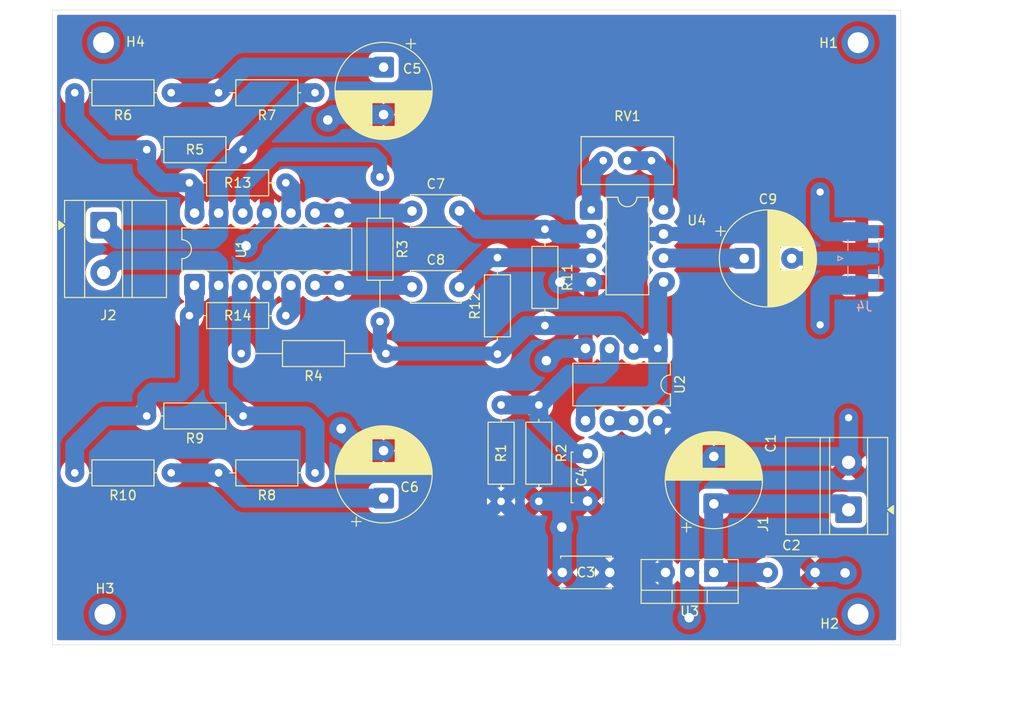
<source format=kicad_pcb>
(kicad_pcb (version 20241229) (generator "pcbnew") (generator_version "9.0")
  (layers (0 "F.Cu" signal) (2 "B.Cu" signal) (13 "F.Paste" user) (15 "B.Paste" user) (5 "F.SilkS" user "F.Silkscreen") (7 "B.SilkS" user "B.Silkscreen") (1 "F.Mask" user) (3 "B.Mask" user) (25 "Edge.Cuts" user))
  (net 0 "")
  (net 1 "Net-(J1-Pin_1)")
  (net 2 "GND")
  (net 3 "VCC")
  (net 4 "Net-(U2A-+)")
  (net 5 "Net-(C5-Pad1)")
  (net 6 "Net-(C6-Pad1)")
  (net 7 "Net-(U4--)")
  (net 8 "Net-(U1B--)")
  (net 9 "Net-(U4-+)")
  (net 10 "Net-(U1C--)")
  (net 11 "Net-(C9-Pad1)")
  (net 12 "Net-(J2-Pin_2)")
  (net 13 "Net-(J2-Pin_1)")
  (net 14 "Vq")
  (net 15 "Net-(U1D-+)")
  (net 16 "Net-(U1A-+)")
  (net 17 "Net-(U1B-+)")
  (net 18 "Net-(U1C-+)")
  (net 19 "Net-(RV1-Pad2)")
  (net 20 "Net-(RV1-Pad1)")
  (net 21 "Net-(U2B--)")
  (net 22 "Net-(J4-In)")
  (net 23 "Net-(R13-Pad1)")
  (net 24 "Net-(R10-Pad2)")
  (footprint "huellas_proyecto:R_Axial_DIN0207_L6.3mm_D2.5mm_P10.16mm_Horizontal-pad2mm" (layer "F.Cu") (at 177 92.08 90)
    (property "Reference" "R12" (at 5.08 -2.37 90) (layer "F.SilkS"))
    (property "Value" "1k")
    (pad "1" thru_hole circle (at 0 0 90) (size 2 2) (drill 0.8) (layers "*.Cu" "*.Mask") (net 14 "Vq"))
    (pad "2" thru_hole circle (at 10.16 0 90) (size 2 2) (drill 0.8) (layers "*.Cu" "*.Mask") (net 9 "Net-(U4-+)"))
  )
  (footprint "huellas_proyecto:R_Axial_DIN0207_L6.3mm_D2.5mm_P10.16mm_Horizontal-pad2mm" (layer "F.Cu") (at 157.78 104.61 180)
    (property "Reference" "R8" (at 5.08 -2.37 180) (layer "F.SilkS"))
    (property "Value" "1k")
    (pad "1" thru_hole circle (at 0 0 180) (size 2 2) (drill 0.8) (layers "*.Cu" "*.Mask") (net 12 "Net-(J2-Pin_2)"))
    (pad "2" thru_hole circle (at 10.16 0 180) (size 2 2) (drill 0.8) (layers "*.Cu" "*.Mask") (net 6 "Net-(C6-Pad1)"))
  )
  (footprint "MountingHole:MountingHole_2.2mm_M2_ISO7380_Pad" (layer "F.Cu") (at 135.49 59.25)
    (property "Reference" "H4" (at 3.36 -0.09 0) (layer "F.SilkS"))
    (property "Value" "MountingHole_2.2mm_M2_ISO7380_Pad" (hide yes))
    (pad "1" thru_hole circle (at 0 0) (size 3.5 3.5) (drill 2.2) (layers "*.Cu" "*.Mask") (net 2 "GND"))
  )
  (footprint "huellas_proyecto:R_Axial_DIN0207_L6.3mm_D2.5mm_P10.16mm_Horizontal-pad2mm" (layer "F.Cu") (at 181.36 97.455 -90)
    (property "Reference" "R2" (at 5.08 -2.37 90) (layer "F.SilkS"))
    (property "Value" "10k")
    (pad "1" thru_hole circle (at 0 0 270) (size 2 2) (drill 0.8) (layers "*.Cu" "*.Mask") (net 4 "Net-(U2A-+)"))
    (pad "2" thru_hole circle (at 10.16 0 270) (size 2 2) (drill 0.8) (layers "*.Cu" "*.Mask") (net 2 "GND"))
  )
  (footprint "huellas_proyecto:CP_Radial_D10.0mm_P5.00mm-pad2mm2" (layer "F.Cu") (at 165 61.832323 -90)
    (property "Reference" "C5" (at 0.167677 -3.01 180) (layer "F.SilkS"))
    (property "Value" "10u")
    (pad "1" thru_hole roundrect (at 0 0 270) (size 2.2 2.2) (drill 1) (layers "*.Cu" "*.Mask") (roundrect_rratio 0.125) (net 5 "Net-(C5-Pad1)"))
    (pad "2" thru_hole circle (at 5 0 270) (size 2.2 2.2) (drill 1) (layers "*.Cu" "*.Mask") (net 2 "GND"))
  )
  (footprint "huellas_proyecto:R_Axial_DIN0207_L6.3mm_D2.5mm_P10.16mm_Horizontal-pad2mm" (layer "F.Cu") (at 144.54 74.03)
    (property "Reference" "R13" (at 5.08 0 0) (layer "F.SilkS"))
    (property "Value" "0")
    (pad "1" thru_hole circle (at 0 0) (size 2 2) (drill 0.8) (layers "*.Cu" "*.Mask") (net 23 "Net-(R13-Pad1)"))
    (pad "2" thru_hole circle (at 10.16 0) (size 2 2) (drill 0.8) (layers "*.Cu" "*.Mask") (net 18 "Net-(U1C-+)"))
  )
  (footprint "huellas_proyecto:CP_Radial_D10.0mm_P5.00mm-pad2mm2" (layer "F.Cu") (at 199.8 107.877677 90)
    (property "Reference" "C1" (at 6.367677 6 90) (layer "F.SilkS"))
    (property "Value" "100u")
    (pad "1" thru_hole roundrect (at 0 0 90) (size 2.2 2.2) (drill 1) (layers "*.Cu" "*.Mask") (roundrect_rratio 0.125) (net 1 "Net-(J1-Pin_1)"))
    (pad "2" thru_hole circle (at 5 0 90) (size 2.2 2.2) (drill 1) (layers "*.Cu" "*.Mask") (net 2 "GND"))
  )
  (footprint "huellas_proyecto:R_Axial_DIN0207_L6.3mm_D2.5mm_P10.16mm_Horizontal-pad2mm" (layer "F.Cu") (at 182 78.92 -90)
    (property "Reference" "R11" (at 5.08 -2.37 270) (layer "F.SilkS"))
    (property "Value" "1k")
    (pad "1" thru_hole circle (at 0 0 270) (size 2 2) (drill 0.8) (layers "*.Cu" "*.Mask") (net 7 "Net-(U4--)"))
    (pad "2" thru_hole circle (at 10.16 0 270) (size 2 2) (drill 0.8) (layers "*.Cu" "*.Mask") (net 14 "Vq"))
  )
  (footprint "huellas_proyecto:R_Axial_DIN0207_L6.3mm_D2.5mm_P10.16mm_Horizontal-pad2mm" (layer "F.Cu") (at 177.38 107.615 90)
    (property "Reference" "R1" (at 5.08 0 90) (layer "F.SilkS"))
    (property "Value" "10k")
    (pad "1" thru_hole circle (at 0 0 90) (size 2 2) (drill 0.8) (layers "*.Cu" "*.Mask") (net 3 "VCC"))
    (pad "2" thru_hole circle (at 10.16 0 90) (size 2 2) (drill 0.8) (layers "*.Cu" "*.Mask") (net 4 "Net-(U2A-+)"))
  )
  (footprint "huellas_proyecto:TO-220-3_Vertical-pad2mm" (layer "F.Cu") (at 199.79 115.11 180)
    (property "Reference" "U3" (at 2.54 -4.1 180) (layer "F.SilkS"))
    (property "Value" "LM7818_TO220")
    (pad "1" thru_hole rect (at 0 0 180) (size 2 2) (drill 1) (layers "*.Cu" "*.Mask") (net 1 "Net-(J1-Pin_1)"))
    (pad "2" thru_hole oval (at 2.54 0 180) (size 2 2) (drill 1) (layers "*.Cu" "*.Mask") (net 2 "GND"))
    (pad "3" thru_hole oval (at 5.08 0 180) (size 2 2) (drill 1) (layers "*.Cu" "*.Mask") (net 3 "VCC"))
  )
  (footprint "huellas_proyecto:C_Disc_D5.1mm_W3.2mm_P5.00mm-pad2mm" (layer "F.Cu") (at 168 77)
    (property "Reference" "C7" (at 2.5 -2.85 0) (layer "F.SilkS"))
    (property "Value" "330n")
    (pad "1" thru_hole circle (at 0 0) (size 2.2 2.2) (drill 1) (layers "*.Cu" "*.Mask") (net 10 "Net-(U1C--)"))
    (pad "2" thru_hole circle (at 5 0) (size 2.2 2.2) (drill 1) (layers "*.Cu" "*.Mask") (net 7 "Net-(U4--)"))
  )
  (footprint "huellas_proyecto:DIP-8_W7.62mm_LongPads-pad2mm" (layer "F.Cu") (at 193.895 91.485 -90)
    (property "Reference" "U2" (at 3.81 -2.33 90) (layer "F.SilkS"))
    (property "Value" "TL082")
    (pad "1" thru_hole roundrect (at 0 0 270) (size 2.4 2.1) (drill 0.8) (layers "*.Cu" "*.Mask") (roundrect_rratio 0.15625) (net 14 "Vq"))
    (pad "2" thru_hole oval (at 0 2.54 270) (size 2.4 2.1) (drill 1) (layers "*.Cu" "*.Mask") (net 14 "Vq"))
    (pad "3" thru_hole oval (at 0 5.08 270) (size 2.4 2.1) (drill 1) (layers "*.Cu" "*.Mask") (net 4 "Net-(U2A-+)"))
    (pad "4" thru_hole oval (at 0 7.62 270) (size 2.4 2.1) (drill 1) (layers "*.Cu" "*.Mask") (net 2 "GND"))
    (pad "5" thru_hole oval (at 7.62 7.62 270) (size 2.4 2.1) (drill 1) (layers "*.Cu" "*.Mask") (net 14 "Vq"))
    (pad "6" thru_hole oval (at 7.62 5.08 270) (size 2.4 2.1) (drill 1) (layers "*.Cu" "*.Mask") (net 21 "Net-(U2B--)"))
    (pad "7" thru_hole oval (at 7.62 2.54 270) (size 2.4 2.1) (drill 1) (layers "*.Cu" "*.Mask") (net 21 "Net-(U2B--)"))
    (pad "8" thru_hole oval (at 7.62 0 270) (size 2.4 2.1) (drill 1) (layers "*.Cu" "*.Mask") (net 3 "VCC"))
  )
  (footprint "huellas_proyecto:R_Axial_DIN0207_L6.3mm_D2.5mm_P10.16mm_Horizontal-pad2mm" (layer "F.Cu") (at 150.2 70.53 180)
    (property "Reference" "R5" (at 5.08 0 180) (layer "F.SilkS"))
    (property "Value" "100k")
    (pad "1" thru_hole circle (at 0 0 180) (size 2 2) (drill 0.8) (layers "*.Cu" "*.Mask") (net 13 "Net-(J2-Pin_1)"))
    (pad "2" thru_hole circle (at 10.16 0 180) (size 2 2) (drill 0.8) (layers "*.Cu" "*.Mask") (net 23 "Net-(R13-Pad1)"))
  )
  (footprint "MountingHole:MountingHole_2.2mm_M2_ISO7380_Pad" (layer "F.Cu") (at 215 59.25)
    (property "Reference" "H1" (at -3.11 0.03 0) (layer "F.SilkS"))
    (property "Value" "MountingHole_2.2mm_M2_ISO7380_Pad" (hide yes))
    (pad "1" thru_hole circle (at 0 0) (size 3.5 3.5) (drill 2.2) (layers "*.Cu" "*.Mask") (net 2 "GND"))
  )
  (footprint "huellas_proyecto:C_Disc_D5.1mm_W3.2mm_P5.00mm-pad2mm" (layer "F.Cu") (at 188.83 115.11 180)
    (property "Reference" "C3" (at 2.5 0 0) (layer "F.SilkS"))
    (property "Value" "330n")
    (pad "1" thru_hole circle (at 0 0 180) (size 2.2 2.2) (drill 1) (layers "*.Cu" "*.Mask") (net 3 "VCC"))
    (pad "2" thru_hole circle (at 5 0 180) (size 2.2 2.2) (drill 1) (layers "*.Cu" "*.Mask") (net 2 "GND"))
  )
  (footprint "huellas_proyecto:C_Disc_D5.1mm_W3.2mm_P5.00mm-pad2mm" (layer "F.Cu") (at 205.47 115.11)
    (property "Reference" "C2" (at 2.5 -2.85 0) (layer "F.SilkS"))
    (property "Value" "330n")
    (pad "1" thru_hole circle (at 0 0) (size 2.2 2.2) (drill 1) (layers "*.Cu" "*.Mask") (net 1 "Net-(J1-Pin_1)"))
    (pad "2" thru_hole circle (at 5 0) (size 2.2 2.2) (drill 1) (layers "*.Cu" "*.Mask") (net 2 "GND"))
  )
  (footprint "MountingHole:MountingHole_2.2mm_M2_ISO7380_Pad" (layer "F.Cu") (at 135.64 119.52)
    (property "Reference" "H3" (at 0 -2.7 0) (layer "F.SilkS"))
    (property "Value" "MountingHole_2.2mm_M2_ISO7380_Pad" (hide yes))
    (pad "1" thru_hole circle (at 0 0) (size 3.5 3.5) (drill 2.2) (layers "*.Cu" "*.Mask") (net 2 "GND"))
  )
  (footprint "huellas_proyecto:R_Axial_DIN0207_L6.3mm_D2.5mm_P10.16mm_Horizontal-pad2mm" (layer "F.Cu") (at 144.54 88.03)
    (property "Reference" "R14" (at 5.08 0 0) (layer "F.SilkS"))
    (property "Value" "0")
    (pad "1" thru_hole circle (at 0 0) (size 2 2) (drill 0.8) (layers "*.Cu" "*.Mask") (net 24 "Net-(R10-Pad2)"))
    (pad "2" thru_hole circle (at 10.16 0) (size 2 2) (drill 0.8) (layers "*.Cu" "*.Mask") (net 17 "Net-(U1B-+)"))
  )
  (footprint "huellas_proyecto:CP_Radial_D10.0mm_P5.00mm-pad2mm2" (layer "F.Cu") (at 165 107.27 90)
    (property "Reference" "C6" (at 1.15 2.74 180) (layer "F.SilkS"))
    (property "Value" "10u")
    (pad "1" thru_hole roundrect (at 0 0 90) (size 2.2 2.2) (drill 1) (layers "*.Cu" "*.Mask") (roundrect_rratio 0.125) (net 6 "Net-(C6-Pad1)"))
    (pad "2" thru_hole circle (at 5 0 90) (size 2.2 2.2) (drill 1) (layers "*.Cu" "*.Mask") (net 2 "GND"))
  )
  (footprint "huellas_proyecto:R_Axial_DIN0207_L6.3mm_D2.5mm_P10.16mm_Horizontal-pad2mm" (layer "F.Cu") (at 142.62 104.61 180)
    (property "Reference" "R10" (at 5.08 -2.37 180) (layer "F.SilkS"))
    (property "Value" "1k")
    (pad "1" thru_hole circle (at 0 0 180) (size 2 2) (drill 0.8) (layers "*.Cu" "*.Mask") (net 6 "Net-(C6-Pad1)"))
    (pad "2" thru_hole circle (at 10.16 0 180) (size 2 2) (drill 0.8) (layers "*.Cu" "*.Mask") (net 24 "Net-(R10-Pad2)"))
  )
  (footprint "TerminalBlock_MetzConnect:TerminalBlock_MetzConnect_Type011_RT05502HBLC_1x02_P5.00mm_Horizontal" (layer "F.Cu") (at 214 108.5 90)
    (property "Reference" "J1" (at -1.5 -9 90) (layer "F.SilkS"))
    (property "Value" "VC_24V")
    (pad "1" thru_hole roundrect (at 0 0 90) (size 2.8 2.8) (drill 1.4) (layers "*.Cu" "*.Mask") (roundrect_rratio 0.089286) (net 1 "Net-(J1-Pin_1)"))
    (pad "2" thru_hole circle (at 5 0 90) (size 2.8 2.8) (drill 1.4) (layers "*.Cu" "*.Mask") (net 2 "GND"))
  )
  (footprint "huellas_proyecto:Potentiometer_Bourns_3296W_Vertical-pad2mm" (layer "F.Cu") (at 188.15 71.69 180)
    (property "Reference" "RV1" (at -2.54 4.69 0) (layer "F.SilkS"))
    (property "Value" "10k")
    (pad "1" thru_hole circle (at 0 0 180) (size 2 2) (drill 0.8) (layers "*.Cu" "*.Mask") (net 20 "Net-(RV1-Pad1)"))
    (pad "2" thru_hole circle (at -2.54 0 180) (size 2 2) (drill 0.8) (layers "*.Cu" "*.Mask") (net 19 "Net-(RV1-Pad2)"))
    (pad "3" thru_hole circle (at -5.08 0 180) (size 2 2) (drill 0.8) (layers "*.Cu" "*.Mask") (net 19 "Net-(RV1-Pad2)"))
  )
  (footprint "huellas_proyecto:C_Disc_D5.1mm_W3.2mm_P5.00mm-pad2mm" (layer "F.Cu") (at 168 85)
    (property "Reference" "C8" (at 2.5 -2.85 0) (layer "F.SilkS"))
    (property "Value" "330n")
    (pad "1" thru_hole circle (at 0 0) (size 2.2 2.2) (drill 1) (layers "*.Cu" "*.Mask") (net 8 "Net-(U1B--)"))
    (pad "2" thru_hole circle (at 5 0) (size 2.2 2.2) (drill 1) (layers "*.Cu" "*.Mask") (net 9 "Net-(U4-+)"))
  )
  (footprint "huellas_proyecto:C_Disc_D5.1mm_W3.2mm_P5.00mm-pad2mm" (layer "F.Cu") (at 186.49 102.59 -90)
    (property "Reference" "C4" (at 2.5 0.62 270) (layer "F.SilkS"))
    (property "Value" "330n")
    (pad "1" thru_hole circle (at 0 0 270) (size 2.2 2.2) (drill 1) (layers "*.Cu" "*.Mask") (net 4 "Net-(U2A-+)"))
    (pad "2" thru_hole circle (at 5 0 270) (size 2.2 2.2) (drill 1) (layers "*.Cu" "*.Mask") (net 2 "GND"))
  )
  (footprint "huellas_proyecto:R_Axial_DIN0207_L6.3mm_D2.5mm_P10.16mm_Horizontal-pad2mm" (layer "F.Cu") (at 150.2 98.61 180)
    (property "Reference" "R9" (at 5.08 -2.37 180) (layer "F.SilkS"))
    (property "Value" "100k")
    (pad "1" thru_hole circle (at 0 0 180) (size 2 2) (drill 0.8) (layers "*.Cu" "*.Mask") (net 12 "Net-(J2-Pin_2)"))
    (pad "2" thru_hole circle (at 10.16 0 180) (size 2 2) (drill 0.8) (layers "*.Cu" "*.Mask") (net 24 "Net-(R10-Pad2)"))
  )
  (footprint "huellas_proyecto:R_Axial_DIN0207_L6.3mm_D2.5mm_P10.16mm_Horizontal-pad2mm" (layer "F.Cu") (at 142.62 64.53 180)
    (property "Reference" "R6" (at 5.08 -2.37 180) (layer "F.SilkS"))
    (property "Value" "1k")
    (pad "1" thru_hole circle (at 0 0 180) (size 2 2) (drill 0.8) (layers "*.Cu" "*.Mask") (net 5 "Net-(C5-Pad1)"))
    (pad "2" thru_hole circle (at 10.16 0 180) (size 2 2) (drill 0.8) (layers "*.Cu" "*.Mask") (net 23 "Net-(R13-Pad1)"))
  )
  (footprint "MountingHole:MountingHole_2.2mm_M2_ISO7380_Pad" (layer "F.Cu") (at 215 119.52)
    (property "Reference" "H2" (at -3 1 0) (layer "F.SilkS"))
    (property "Value" "MountingHole_2.2mm_M2_ISO7380_Pad" (hide yes))
    (pad "1" thru_hole circle (at 0 0) (size 3.5 3.5) (drill 2.2) (layers "*.Cu" "*.Mask") (net 2 "GND"))
  )
  (footprint "huellas_proyecto:R_Axial_DIN0207_L6.3mm_D2.5mm_P10.16mm_Horizontal-pad2mm" (layer "F.Cu") (at 157.78 64.53 180)
    (property "Reference" "R7" (at 5.08 -2.37 180) (layer "F.SilkS"))
    (property "Value" "1k")
    (pad "1" thru_hole circle (at 0 0 180) (size 2 2) (drill 0.8) (layers "*.Cu" "*.Mask") (net 13 "Net-(J2-Pin_1)"))
    (pad "2" thru_hole circle (at 10.16 0 180) (size 2 2) (drill 0.8) (layers "*.Cu" "*.Mask") (net 5 "Net-(C5-Pad1)"))
  )
  (footprint "huellas_proyecto:R_Axial_DIN0207_L6.3mm_D2.5mm_P15.24mm_Horizontal-pad2mm" (layer "F.Cu") (at 164.62 73.41 -90)
    (property "Reference" "R3" (at 7.62 -2.37 270) (layer "F.SilkS"))
    (property "Value" "1k")
    (pad "1" thru_hole circle (at 0 0 270) (size 2 2) (drill 0.8) (layers "*.Cu" "*.Mask") (net 15 "Net-(U1D-+)"))
    (pad "2" thru_hole circle (at 15.24 0 270) (size 2 2) (drill 0.8) (layers "*.Cu" "*.Mask") (net 14 "Vq"))
  )
  (footprint "huellas_proyecto:CP_Radial_D10.0mm_P5.00mm-pad2mm2" (layer "F.Cu") (at 203 82)
    (property "Reference" "C9" (at 2.5 -6.25 0) (layer "F.SilkS"))
    (property "Value" "10u")
    (pad "1" thru_hole roundrect (at 0 0) (size 2.2 2.2) (drill 1) (layers "*.Cu" "*.Mask") (roundrect_rratio 0.125) (net 11 "Net-(C9-Pad1)"))
    (pad "2" thru_hole circle (at 5 0) (size 2.2 2.2) (drill 1) (layers "*.Cu" "*.Mask") (net 22 "Net-(J4-In)"))
  )
  (footprint "huellas_proyecto:DIP-8_W7.62mm_LongPads-pad2mm" (layer "F.Cu") (at 186.88 76.88)
    (property "Reference" "U4" (at 11.12 1.12 0) (layer "F.SilkS"))
    (property "Value" "AD620")
    (pad "1" thru_hole roundrect (at 0 0) (size 2.4 2.1) (drill 0.8) (layers "*.Cu" "*.Mask") (roundrect_rratio 0.15625) (net 20 "Net-(RV1-Pad1)"))
    (pad "2" thru_hole oval (at 0 2.54) (size 2.4 2.1) (drill 1) (layers "*.Cu" "*.Mask") (net 7 "Net-(U4--)"))
    (pad "3" thru_hole oval (at 0 5.08) (size 2.4 2.1) (drill 1) (layers "*.Cu" "*.Mask") (net 9 "Net-(U4-+)"))
    (pad "4" thru_hole oval (at 0 7.62) (size 2.4 2.1) (drill 1) (layers "*.Cu" "*.Mask") (net 2 "GND"))
    (pad "5" thru_hole oval (at 7.62 7.62) (size 2.4 2.1) (drill 1) (layers "*.Cu" "*.Mask") (net 14 "Vq"))
    (pad "6" thru_hole oval (at 7.62 5.08) (size 2.4 2.1) (drill 1) (layers "*.Cu" "*.Mask") (net 11 "Net-(C9-Pad1)"))
    (pad "7" thru_hole oval (at 7.62 2.54) (size 2.4 2.1) (drill 1) (layers "*.Cu" "*.Mask") (net 3 "VCC"))
    (pad "8" thru_hole oval (at 7.62 0) (size 2.4 2.1) (drill 1) (layers "*.Cu" "*.Mask") (net 19 "Net-(RV1-Pad2)"))
  )
  (footprint "huellas_proyecto:DIP-14_W7.62mm_LongPads-2mm" (layer "F.Cu") (at 145.08 84.84 90)
    (property "Reference" "U1" (at 3.84 4.92 90) (layer "F.SilkS"))
    (property "Value" "TL084")
    (pad "1" thru_hole roundrect (at 0 0 90) (size 2.4 2.2) (drill 1) (layers "*.Cu" "*.Mask") (roundrect_rratio 0.15625) (net 24 "Net-(R10-Pad2)"))
    (pad "2" thru_hole oval (at 0 2.54 90) (size 2.4 2.1) (drill 1) (layers "*.Cu" "*.Mask") (net 12 "Net-(J2-Pin_2)"))
    (pad "3" thru_hole oval (at 0 5.08 90) (size 2.4 2.1) (drill 1) (layers "*.Cu" "*.Mask") (net 16 "Net-(U1A-+)"))
    (pad "4" thru_hole oval (at 0 7.62 90) (size 2.4 2.1) (drill 1) (layers "*.Cu" "*.Mask") (net 3 "VCC"))
    (pad "5" thru_hole oval (at 0 10.16 90) (size 2.4 2.1) (drill 1) (layers "*.Cu" "*.Mask") (net 17 "Net-(U1B-+)"))
    (pad "6" thru_hole oval (at 0 12.7 90) (size 2.4 2.1) (drill 1) (layers "*.Cu" "*.Mask") (net 8 "Net-(U1B--)"))
    (pad "7" thru_hole oval (at 0 15.24 90) (size 2.4 2.1) (drill 1) (layers "*.Cu" "*.Mask") (net 8 "Net-(U1B--)"))
    (pad "8" thru_hole oval (at 7.62 15.24 90) (size 2.4 2.1) (drill 1) (layers "*.Cu" "*.Mask") (net 10 "Net-(U1C--)"))
    (pad "9" thru_hole oval (at 7.62 12.7 90) (size 2.4 2.1) (drill 1) (layers "*.Cu" "*.Mask") (net 10 "Net-(U1C--)"))
    (pad "10" thru_hole oval (at 7.62 10.16 90) (size 2.4 2.1) (drill 1) (layers "*.Cu" "*.Mask") (net 18 "Net-(U1C-+)"))
    (pad "11" thru_hole oval (at 7.62 7.62 90) (size 2.4 2.1) (drill 1) (layers "*.Cu" "*.Mask") (net 2 "GND"))
    (pad "12" thru_hole oval (at 7.62 5.08 90) (size 2.4 2.1) (drill 1) (layers "*.Cu" "*.Mask") (net 15 "Net-(U1D-+)"))
    (pad "13" thru_hole oval (at 7.62 2.54 90) (size 2.4 2.1) (drill 1) (layers "*.Cu" "*.Mask") (net 13 "Net-(J2-Pin_1)"))
    (pad "14" thru_hole oval (at 7.62 0 90) (size 2.4 2.1) (drill 1) (layers "*.Cu" "*.Mask") (net 23 "Net-(R13-Pad1)"))
  )
  (footprint "huellas_proyecto:R_Axial_DIN0207_L6.3mm_D2.5mm_P15.24mm_Horizontal-pad2mm" (layer "F.Cu") (at 165.24 92.03 180)
    (property "Reference" "R4" (at 7.62 -2.37 180) (layer "F.SilkS"))
    (property "Value" "1k")
    (pad "1" thru_hole circle (at 0 0 180) (size 2 2) (drill 0.8) (layers "*.Cu" "*.Mask") (net 14 "Vq"))
    (pad "2" thru_hole circle (at 15.24 0 180) (size 2 2) (drill 0.8) (layers "*.Cu" "*.Mask") (net 16 "Net-(U1A-+)"))
  )
  (footprint "TerminalBlock_MetzConnect:TerminalBlock_MetzConnect_Type011_RT05502HBLC_1x02_P5.00mm_Horizontal" (layer "F.Cu") (at 135.5025 78.5 -90)
    (property "Reference" "J2" (at 9.5 -0.4975 180) (layer "F.SilkS"))
    (property "Value" "Ant")
    (pad "1" thru_hole roundrect (at 0 0 270) (size 2.8 2.8) (drill 1.4) (layers "*.Cu" "*.Mask") (roundrect_rratio 0.089286) (net 13 "Net-(J2-Pin_1)"))
    (pad "2" thru_hole circle (at 5 0 270) (size 2.8 2.8) (drill 1.4) (layers "*.Cu" "*.Mask") (net 12 "Net-(J2-Pin_2)"))
  )
  (footprint "Connector_Coaxial:SMA_Samtec_SMA-J-P-H-ST-EM1_EdgeMount" (layer "B.Cu") (at 215.6375 82)
    (property "Reference" "J4" (at 0 5.08 180) (layer "B.SilkS") (effects (justify mirror)))
    (property "Value" "SMA")
    (pad "1" smd roundrect (at 0 0 270) (size 1.27 3.2) (layers "B.Cu" "B.Mask") (roundrect_rratio 0.1968503937) (net 22 "Net-(J4-In)"))
    (pad "2" smd roundrect (at -0.25 -2.825 270) (size 1.35 3.7) (layers "F.Cu" "F.Mask") (roundrect_rratio 0.1851851852) (net 2 "GND"))
    (pad "2" smd roundrect (at -0.25 -2.825 270) (size 1.35 3.7) (layers "B.Cu" "B.Mask") (roundrect_rratio 0.1851851852) (net 2 "GND"))
    (pad "2" smd roundrect (at -0.25 2.825 270) (size 1.35 3.7) (layers "F.Cu" "F.Mask") (roundrect_rratio 0.1851851852) (net 2 "GND"))
    (pad "2" smd roundrect (at -0.25 2.825 270) (size 1.35 3.7) (layers "B.Cu" "B.Mask") (roundrect_rratio 0.1851851852) (net 2 "GND"))
  )
  (gr_rect (start 130.1 55.82) (end 219.5 122.75) (stroke (width 0.05)) (fill no) (layer "Edge.Cuts"))
  (segment (start 213.377677 107.877677) (end 214 108.5) (width 2) (layer "B.Cu") (net 1))
  (segment (start 199.79 107.887677) (end 199.8 107.877677) (width 2) (layer "B.Cu") (net 1))
  (segment (start 199.8 107.877677) (end 213.377677 107.877677) (width 2) (layer "B.Cu") (net 1))
  (segment (start 199.79 115.11) (end 205.47 115.11) (width 2) (layer "B.Cu") (net 1))
  (segment (start 199.79 115.11) (end 199.79 107.887677) (width 2) (layer "B.Cu") (net 1))
  (via (at 182.15 92.78) (size 2.5) (drill 1) (layers "F.Cu" "B.Cu") (net 2))
  (via (at 183.78 110.33) (size 2.5) (drill 1) (layers "F.Cu" "B.Cu") (net 2))
  (via (at 197.2 119.88) (size 2.5) (drill 1) (layers "F.Cu" "B.Cu") (net 2))
  (via (at 160.53 99.95) (size 2.5) (drill 1) (layers "F.Cu" "B.Cu") (net 2))
  (via (at 159.12 67.4) (size 2.5) (drill 1) (layers "F.Cu" "B.Cu") (net 2))
  (via (at 213.63 115.16) (size 2.5) (drill 1) (layers "F.Cu" "B.Cu") (net 2))
  (via (at 150.51 80.68) (size 2.5) (drill 1) (layers "F.Cu" "B.Cu") (net 2))
  (via (at 214 98.8) (size 2.032) (drill 0.762) (layers "F.Cu" "B.Cu") (net 2))
  (via (at 211 75) (size 2.032) (drill 0.762) (layers "F.Cu" "B.Cu") (net 2))
  (via (at 211 89) (size 2.032) (drill 0.762) (layers "F.Cu" "B.Cu") (net 2))
  (via (at 183.58 84.5) (size 2.5) (drill 1) (layers "F.Cu" "B.Cu") (net 2))
  (segment (start 186.275 91.485) (end 183.445 91.485) (width 2) (layer "B.Cu") (net 2))
  (segment (start 186.465 107.615) (end 186.49 107.59) (width 2) (layer "B.Cu") (net 2))
  (segment (start 215.3875 79.175) (end 211.695 79.175) (width 2) (layer "B.Cu") (net 2))
  (segment (start 181.36 107.615) (end 183.78 107.615) (width 2) (layer "B.Cu") (net 2))
  (segment (start 183.83 110.38) (end 183.78 110.33) (width 2) (layer "B.Cu") (net 2))
  (segment (start 135.65 119.84) (end 135.65 119.87) (width 2) (layer "B.Cu") (net 2))
  (segment (start 165 102.27) (end 162.85 102.27) (width 2) (layer "B.Cu") (net 2))
  (segment (start 213.377677 102.877677) (end 214 103.5) (width 2) (layer "B.Cu") (net 2))
  (segment (start 211 85.45) (end 211.625 84.825) (width 2) (layer "B.Cu") (net 2))
  (segment (start 135.64 119.49) (end 135.63 119.48) (width 2) (layer "B.Cu") (net 2))
  (segment (start 152.73 78.46) (end 150.51 80.68) (width 1.5) (layer "B.Cu") (net 2))
  (segment (start 183.445 91.485) (end 182.15 92.78) (width 2) (layer "B.Cu") (net 2))
  (segment (start 183.83 115.11) (end 183.83 110.38) (width 2) (layer "B.Cu") (net 2))
  (segment (start 214 103.5) (end 214 98.8) (width 2) (layer "B.Cu") (net 2))
  (segment (start 183.78 107.615) (end 186.465 107.615) (width 2) (layer "B.Cu") (net 2))
  (segment (start 213.58 115.11) (end 213.63 115.16) (width 2) (layer "B.Cu") (net 2))
  (segment (start 197.25 105.427677) (end 199.8 102.877677) (width 2) (layer "B.Cu") (net 2))
  (segment (start 211.695 79.175) (end 211 78.48) (width 2) (layer "B.Cu") (net 2))
  (segment (start 199.8 102.877677) (end 213.377677 102.877677) (width 2) (layer "B.Cu") (net 2))
  (segment (start 183.78 107.615) (end 183.78 110.33) (width 2) (layer "B.Cu") (net 2))
  (segment (start 210.47 115.11) (end 213.58 115.11) (width 2) (layer "B.Cu") (net 2))
  (segment (start 186.88 84.5) (end 183.58 84.5) (width 2) (layer "B.Cu") (net 2))
  (segment (start 152.7 77.42) (end 152.73 77.45) (width 1.5) (layer "B.Cu") (net 2))
  (segment (start 211 89) (end 211 85.45) (width 2) (layer "B.Cu") (net 2))
  (segment (start 197.25 119.83) (end 197.2 119.88) (width 2) (layer "B.Cu") (net 2))
  (segment (start 211 78.48) (end 211 75) (width 2) (layer "B.Cu") (net 2))
  (segment (start 159.687677 66.832323) (end 159.12 67.4) (width 2) (layer "B.Cu") (net 2))
  (segment (start 152.7 77.22) (end 152.7 77.42) (width 1.5) (layer "B.Cu") (net 2))
  (segment (start 152.73 77.45) (end 152.73 78.46) (width 1.5) (layer "B.Cu") (net 2))
  (segment (start 197.25 115.11) (end 197.25 105.427677) (width 2) (layer "B.Cu") (net 2))
  (segment (start 197.25 115.11) (end 197.25 119.83) (width 2) (layer "B.Cu") (net 2))
  (segment (start 211.625 84.825) (end 215.3875 84.825) (width 2) (layer "B.Cu") (net 2))
  (segment (start 162.85 102.27) (end 160.53 99.95) (width 2) (layer "B.Cu") (net 2))
  (segment (start 165 66.832323) (end 159.687677 66.832323) (width 2) (layer "B.Cu") (net 2))
  (segment (start 188.83 115.11) (end 194.71 115.11) (width 2) (layer "B.Cu") (net 3))
  (segment (start 181.36 98.869213) (end 185.080787 102.59) (width 2) (layer "B.Cu") (net 4))
  (segment (start 184.62 94.195) (end 187.885 94.195) (width 2) (layer "B.Cu") (net 4))
  (segment (start 188.815 93.265) (end 187.885 94.195) (width 2) (layer "B.Cu") (net 4))
  (segment (start 185.080787 102.59) (end 186.49 102.59) (width 2) (layer "B.Cu") (net 4))
  (segment (start 181.36 97.455) (end 181.36 98.869213) (width 2) (layer "B.Cu") (net 4))
  (segment (start 181.36 97.455) (end 184.62 94.195) (width 2) (layer "B.Cu") (net 4))
  (segment (start 177.38 97.455) (end 181.36 97.455) (width 2) (layer "B.Cu") (net 4))
  (segment (start 188.815 91.485) (end 188.815 93.265) (width 2) (layer "B.Cu") (net 4))
  (segment (start 142.62 64.53) (end 147.62 64.53) (width 2) (layer "B.Cu") (net 5))
  (segment (start 165 61.832323) (end 150.317677 61.832323) (width 2) (layer "B.Cu") (net 5))
  (segment (start 150.317677 61.832323) (end 147.62 64.53) (width 2) (layer "B.Cu") (net 5))
  (segment (start 142.62 104.61) (end 147.62 104.61) (width 2) (layer "B.Cu") (net 6))
  (segment (start 150.28 107.27) (end 147.62 104.61) (width 2) (layer "B.Cu") (net 6))
  (segment (start 165 107.27) (end 150.28 107.27) (width 2) (layer "B.Cu") (net 6))
  (segment (start 183.42 79.42) (end 182.92 78.92) (width 2) (layer "B.Cu") (net 7))
  (segment (start 174.92 78.92) (end 173 77) (width 2) (layer "B.Cu") (net 7))
  (segment (start 186.88 79.42) (end 183.42 79.42) (width 2) (layer "B.Cu") (net 7))
  (segment (start 182 78.92) (end 174.92 78.92) (width 2) (layer "B.Cu") (net 7))
  (segment (start 160.32 84.84) (end 167.84 84.84) (width 2) (layer "B.Cu") (net 8))
  (segment (start 167.84 84.84) (end 168 85) (width 2) (layer "B.Cu") (net 8))
  (segment (start 157.78 84.84) (end 160.32 84.84) (width 2) (layer "B.Cu") (net 8))
  (segment (start 176.08 81.92) (end 173 85) (width 2) (layer "B.Cu") (net 9))
  (segment (start 186.88 81.96) (end 183.54 81.96) (width 2) (layer "B.Cu") (net 9))
  (segment (start 183.5 81.92) (end 177 81.92) (width 2) (layer "B.Cu") (net 9))
  (segment (start 183.5 81.92) (end 183.54 81.96) (width 2) (layer "B.Cu") (net 9))
  (segment (start 177 81.92) (end 176.08 81.92) (width 2) (layer "B.Cu") (net 9))
  (segment (start 160.32 77.22) (end 167.78 77.22) (width 2) (layer "B.Cu") (net 10))
  (segment (start 167.78 77.22) (end 168 77) (width 2) (layer "B.Cu") (net 10))
  (segment (start 157.78 77.22) (end 160.32 77.22) (width 2) (layer "B.Cu") (net 10))
  (segment (start 202.96 81.96) (end 203 82) (width 2) (layer "B.Cu") (net 11))
  (segment (start 194.5 81.96) (end 202.96 81.96) (width 2) (layer "B.Cu") (net 11))
  (segment (start 150.2 98.61) (end 150.2 98.69) (width 2) (layer "B.Cu") (net 12))
  (segment (start 147.62 84.84) (end 147.62 96.03) (width 2) (layer "B.Cu") (net 12))
  (segment (start 147.62 84.84) (end 147.62 82.62) (width 2) (layer "B.Cu") (net 12))
  (segment (start 147.201 82.201) (end 136.8015 82.201) (width 2) (layer "B.Cu") (net 12))
  (segment (start 150.2 98.61) (end 156.82 98.61) (width 2) (layer "B.Cu") (net 12))
  (segment (start 136.8015 82.201) (end 135.5025 83.5) (width 2) (layer "B.Cu") (net 12))
  (segment (start 147.62 82.62) (end 147.201 82.201) (width 2) (layer "B.Cu") (net 12))
  (segment (start 157.78 99.57) (end 157.78 104.61) (width 2) (layer "B.Cu") (net 12))
  (segment (start 147.62 96.03) (end 150.2 98.61) (width 2) (layer "B.Cu") (net 12))
  (segment (start 156.82 98.61) (end 157.78 99.57) (width 2) (layer "B.Cu") (net 12))
  (segment (start 137.0025 80) (end 135.5025 78.5) (width 2) (layer "B.Cu") (net 13))
  (segment (start 147 80) (end 137.0025 80) (width 2) (layer "B.Cu") (net 13))
  (segment (start 147.62 77.22) (end 147.62 79.38) (width 2) (layer "B.Cu") (net 13))
  (segment (start 147.62 77.22) (end 147.62 73.11) (width 2) (layer "B.Cu") (net 13))
  (segment (start 147.62 73.11) (end 150.2 70.53) (width 2) (layer "B.Cu") (net 13))
  (segment (start 156.2 64.53) (end 157.78 64.53) (width 2) (layer "B.Cu") (net 13))
  (segment (start 147.62 79.38) (end 147 80) (width 2) (layer "B.Cu") (net 13))
  (segment (start 150.2 70.53) (end 156.2 64.53) (width 2) (layer "B.Cu") (net 13))
  (segment (start 182 89.08) (end 180 89.08) (width 2) (layer "B.Cu") (net 14))
  (segment (start 193.895 85.105) (end 194.5 84.5) (width 2) (layer "B.Cu") (net 14))
  (segment (start 193.895 95.685) (end 193.895 91.485) (width 2) (layer "B.Cu") (net 14))
  (segment (start 186.275 97.305) (end 187.085 96.495) (width 2) (layer "B.Cu") (net 14))
  (segment (start 164.62 91.41) (end 165.24 92.03) (width 1.5) (layer "B.Cu") (net 14))
  (segment (start 164.62 88.65) (end 164.62 91.41) (width 1.5) (layer "B.Cu") (net 14))
  (segment (start 187.085 96.495) (end 193.085 96.495) (width 2) (layer "B.Cu") (net 14))
  (segment (start 180 89.08) (end 177 92.08) (width 2) (layer "B.Cu") (net 14))
  (segment (start 193.895 91.485) (end 191.355 91.485) (width 2) (layer "B.Cu") (net 14))
  (segment (start 165.24 92.03) (end 176.95 92.03) (width 1.5) (layer "B.Cu") (net 14))
  (segment (start 182 89.08) (end 189.743395 89.08) (width 2) (layer "B.Cu") (net 14))
  (segment (start 189.743395 89.08) (end 191.355 90.691605) (width 2) (layer "B.Cu") (net 14))
  (segment (start 193.085 96.495) (end 193.895 95.685) (width 2) (layer "B.Cu") (net 14))
  (segment (start 186.275 99.105) (end 186.275 97.305) (width 2) (layer "B.Cu") (net 14))
  (segment (start 176.95 92.03) (end 177 92.08) (width 1.5) (layer "B.Cu") (net 14))
  (segment (start 191.355 90.691605) (end 191.355 91.485) (width 2) (layer "B.Cu") (net 14))
  (segment (start 193.895 91.485) (end 193.895 85.105) (width 2) (layer "B.Cu") (net 14))
  (segment (start 153.62 71.03) (end 163.92 71.03) (width 1.5) (layer "B.Cu") (net 15))
  (segment (start 150.16 77.22) (end 150.16 74.49) (width 1.5) (layer "B.Cu") (net 15))
  (segment (start 164.62 71.73) (end 164.62 73.41) (width 1.5) (layer "B.Cu") (net 15))
  (segment (start 150.16 74.49) (end 153.62 71.03) (width 1.5) (layer "B.Cu") (net 15))
  (segment (start 163.92 71.03) (end 164.62 71.73) (width 1.5) (layer "B.Cu") (net 15))
  (segment (start 150 92.03) (end 150 85) (width 2) (layer "B.Cu") (net 16))
  (segment (start 150 85) (end 150.16 84.84) (width 2) (layer "B.Cu") (net 16))
  (segment (start 155.24 87.49) (end 155.24 84.84) (width 2) (layer "B.Cu") (net 17))
  (segment (start 154.7 88.03) (end 155.24 87.49) (width 2) (layer "B.Cu") (net 17))
  (segment (start 155.24 74.57) (end 154.7 74.03) (width 2) (layer "B.Cu") (net 18))
  (segment (start 155.24 77.22) (end 155.24 74.57) (width 2) (layer "B.Cu") (net 18))
  (segment (start 194.5 72.96) (end 193.23 71.69) (width 2) (layer "B.Cu") (net 19))
  (segment (start 194.5 76.88) (end 194.5 72.96) (width 2) (layer "B.Cu") (net 19))
  (segment (start 190.69 71.69) (end 193.23 71.69) (width 2) (layer "B.Cu") (net 19))
  (segment (start 186.88 76.88) (end 186.88 72.96) (width 2) (layer "B.Cu") (net 20))
  (segment (start 186.88 72.96) (end 188.15 71.69) (width 2) (layer "B.Cu") (net 20))
  (segment (start 188.815 99.105) (end 191.355 99.105) (width 2) (layer "B.Cu") (net 21))
  (segment (start 208 82) (end 215.6375 82) (width 1.5) (layer "B.Cu") (net 22))
  (segment (start 140.04 72.45) (end 140.04 70.53) (width 2) (layer "B.Cu") (net 23))
  (segment (start 145.08 74.57) (end 144.54 74.03) (width 2) (layer "B.Cu") (net 23))
  (segment (start 141.62 74.03) (end 140.04 72.45) (width 2) (layer "B.Cu") (net 23))
  (segment (start 132.46 67.37) (end 135.62 70.53) (width 2) (layer "B.Cu") (net 23))
  (segment (start 145.08 77.22) (end 145.08 74.57) (width 2) (layer "B.Cu") (net 23))
  (segment (start 144.54 74.03) (end 141.62 74.03) (width 2) (layer "B.Cu") (net 23))
  (segment (start 135.62 70.53) (end 140.04 70.53) (width 2) (layer "B.Cu") (net 23))
  (segment (start 132.46 64.53) (end 132.46 67.37) (width 2) (layer "B.Cu") (net 23))
  (segment (start 144.54 88.03) (end 144.54 95.19) (width 2) (layer "B.Cu") (net 24))
  (segment (start 143.62 96.11) (end 140.62 96.11) (width 2) (layer "B.Cu") (net 24))
  (segment (start 132.46 101.77) (end 132.46 104.61) (width 2) (layer "B.Cu") (net 24))
  (segment (start 144.54 95.19) (end 143.62 96.11) (width 2) (layer "B.Cu") (net 24))
  (segment (start 140.04 96.69) (end 140.04 98.61) (width 2) (layer "B.Cu") (net 24))
  (segment (start 140.04 98.61) (end 135.62 98.61) (width 2) (layer "B.Cu") (net 24))
  (segment (start 145.08 84.84) (end 145.08 87.49) (width 2) (layer "B.Cu") (net 24))
  (segment (start 145.08 87.49) (end 144.54 88.03) (width 2) (layer "B.Cu") (net 24))
  (segment (start 135.62 98.61) (end 132.46 101.77) (width 2) (layer "B.Cu") (net 24))
  (segment (start 140.62 96.11) (end 140.04 96.69) (width 2) (layer "B.Cu") (net 24))
  (zone (net 2) (net_name "GND") (layer "F.Cu") (priority 1) (connect_pads (clearance 0.5)) (min_thickness 0.25) (fill yes (thermal_gap 0.5) (thermal_bridge_width 1.5))
    (polygon (pts (xy 129.56139 55.247726) (xy 220.037915 55.257726) (xy 220.012337 123.45802) (xy 129.578442 123.438018)))
  )
  (zone (net 3) (net_name "VCC") (layer "B.Cu") (connect_pads (clearance 0.5)) (min_thickness 0.25) (fill yes (thermal_gap 0.5) (thermal_bridge_width 1.5))
    (polygon (pts (xy 129.051341 54.75) (xy 220.560671 54.75) (xy 220.569268 124.136686) (xy 129.068535 124.126686)))
  )
)
</source>
